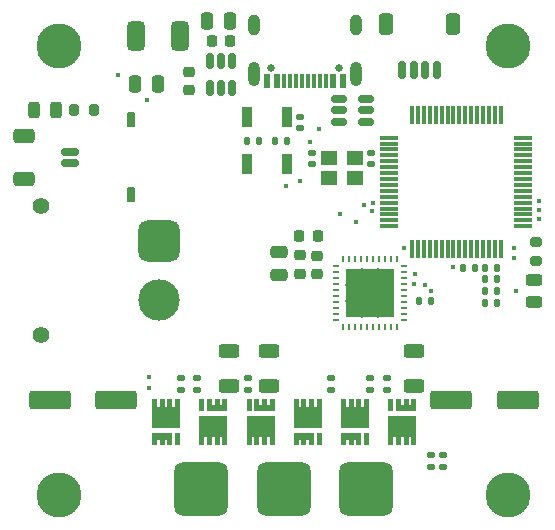
<source format=gts>
%TF.GenerationSoftware,KiCad,Pcbnew,8.0.7*%
%TF.CreationDate,2025-10-10T17:09:57-07:00*%
%TF.ProjectId,CurlDrive-2,4375726c-4472-4697-9665-2d322e6b6963,rev?*%
%TF.SameCoordinates,Original*%
%TF.FileFunction,Soldermask,Top*%
%TF.FilePolarity,Negative*%
%FSLAX46Y46*%
G04 Gerber Fmt 4.6, Leading zero omitted, Abs format (unit mm)*
G04 Created by KiCad (PCBNEW 8.0.7) date 2025-10-10 17:09:57*
%MOMM*%
%LPD*%
G01*
G04 APERTURE LIST*
G04 Aperture macros list*
%AMRoundRect*
0 Rectangle with rounded corners*
0 $1 Rounding radius*
0 $2 $3 $4 $5 $6 $7 $8 $9 X,Y pos of 4 corners*
0 Add a 4 corners polygon primitive as box body*
4,1,4,$2,$3,$4,$5,$6,$7,$8,$9,$2,$3,0*
0 Add four circle primitives for the rounded corners*
1,1,$1+$1,$2,$3*
1,1,$1+$1,$4,$5*
1,1,$1+$1,$6,$7*
1,1,$1+$1,$8,$9*
0 Add four rect primitives between the rounded corners*
20,1,$1+$1,$2,$3,$4,$5,0*
20,1,$1+$1,$4,$5,$6,$7,0*
20,1,$1+$1,$6,$7,$8,$9,0*
20,1,$1+$1,$8,$9,$2,$3,0*%
G04 Aperture macros list end*
%ADD10C,0.010000*%
%ADD11C,3.800000*%
%ADD12C,0.400000*%
%ADD13RoundRect,0.135000X0.185000X-0.135000X0.185000X0.135000X-0.185000X0.135000X-0.185000X-0.135000X0*%
%ADD14RoundRect,0.250000X0.625000X-0.312500X0.625000X0.312500X-0.625000X0.312500X-0.625000X-0.312500X0*%
%ADD15RoundRect,0.150000X-0.512500X-0.150000X0.512500X-0.150000X0.512500X0.150000X-0.512500X0.150000X0*%
%ADD16RoundRect,0.250000X1.500000X0.550000X-1.500000X0.550000X-1.500000X-0.550000X1.500000X-0.550000X0*%
%ADD17RoundRect,0.200000X-0.275000X0.200000X-0.275000X-0.200000X0.275000X-0.200000X0.275000X0.200000X0*%
%ADD18C,0.550000*%
%ADD19C,1.800000*%
%ADD20RoundRect,0.675000X1.575000X-1.575000X1.575000X1.575000X-1.575000X1.575000X-1.575000X-1.575000X0*%
%ADD21RoundRect,0.135000X0.135000X0.185000X-0.135000X0.185000X-0.135000X-0.185000X0.135000X-0.185000X0*%
%ADD22RoundRect,0.140000X-0.140000X-0.170000X0.140000X-0.170000X0.140000X0.170000X-0.140000X0.170000X0*%
%ADD23C,1.400000*%
%ADD24RoundRect,0.770000X0.980000X-0.980000X0.980000X0.980000X-0.980000X0.980000X-0.980000X-0.980000X0*%
%ADD25C,3.500000*%
%ADD26R,1.400000X1.200000*%
%ADD27RoundRect,0.375000X0.375000X0.875000X-0.375000X0.875000X-0.375000X-0.875000X0.375000X-0.875000X0*%
%ADD28RoundRect,0.140000X0.170000X-0.140000X0.170000X0.140000X-0.170000X0.140000X-0.170000X-0.140000X0*%
%ADD29RoundRect,0.243750X-0.243750X-0.456250X0.243750X-0.456250X0.243750X0.456250X-0.243750X0.456250X0*%
%ADD30RoundRect,0.200000X0.200000X0.275000X-0.200000X0.275000X-0.200000X-0.275000X0.200000X-0.275000X0*%
%ADD31RoundRect,0.150000X0.150000X-0.512500X0.150000X0.512500X-0.150000X0.512500X-0.150000X-0.512500X0*%
%ADD32RoundRect,0.150000X-0.625000X0.150000X-0.625000X-0.150000X0.625000X-0.150000X0.625000X0.150000X0*%
%ADD33RoundRect,0.250000X-0.650000X0.350000X-0.650000X-0.350000X0.650000X-0.350000X0.650000X0.350000X0*%
%ADD34RoundRect,0.225000X-0.250000X0.225000X-0.250000X-0.225000X0.250000X-0.225000X0.250000X0.225000X0*%
%ADD35RoundRect,0.225000X0.225000X0.250000X-0.225000X0.250000X-0.225000X-0.250000X0.225000X-0.250000X0*%
%ADD36RoundRect,0.135000X-0.185000X0.135000X-0.185000X-0.135000X0.185000X-0.135000X0.185000X0.135000X0*%
%ADD37C,0.650000*%
%ADD38R,0.600000X1.240000*%
%ADD39R,0.300000X1.240000*%
%ADD40O,1.000000X2.100000*%
%ADD41O,1.000000X1.800000*%
%ADD42RoundRect,0.243750X0.456250X-0.243750X0.456250X0.243750X-0.456250X0.243750X-0.456250X-0.243750X0*%
%ADD43RoundRect,0.250000X-0.250000X-0.475000X0.250000X-0.475000X0.250000X0.475000X-0.250000X0.475000X0*%
%ADD44RoundRect,0.250000X0.475000X-0.250000X0.475000X0.250000X-0.475000X0.250000X-0.475000X-0.250000X0*%
%ADD45RoundRect,0.250000X-1.500000X-0.550000X1.500000X-0.550000X1.500000X0.550000X-1.500000X0.550000X0*%
%ADD46R,0.900000X1.700000*%
%ADD47RoundRect,0.225000X0.250000X-0.225000X0.250000X0.225000X-0.250000X0.225000X-0.250000X-0.225000X0*%
%ADD48RoundRect,0.150000X0.150000X0.625000X-0.150000X0.625000X-0.150000X-0.625000X0.150000X-0.625000X0*%
%ADD49RoundRect,0.250000X0.350000X0.650000X-0.350000X0.650000X-0.350000X-0.650000X0.350000X-0.650000X0*%
%ADD50RoundRect,0.135000X-0.135000X-0.185000X0.135000X-0.185000X0.135000X0.185000X-0.135000X0.185000X0*%
%ADD51RoundRect,0.114000X0.266000X0.521000X-0.266000X0.521000X-0.266000X-0.521000X0.266000X-0.521000X0*%
%ADD52O,0.599999X0.230000*%
%ADD53O,0.230000X0.599999*%
%ADD54C,0.499999*%
%ADD55R,4.150000X4.150000*%
%ADD56RoundRect,0.075000X-0.700000X-0.075000X0.700000X-0.075000X0.700000X0.075000X-0.700000X0.075000X0*%
%ADD57RoundRect,0.075000X-0.075000X-0.700000X0.075000X-0.700000X0.075000X0.700000X-0.075000X0.700000X0*%
%ADD58RoundRect,0.140000X0.140000X0.170000X-0.140000X0.170000X-0.140000X-0.170000X0.140000X-0.170000X0*%
%ADD59RoundRect,0.250000X0.250000X0.475000X-0.250000X0.475000X-0.250000X-0.475000X0.250000X-0.475000X0*%
%ADD60RoundRect,0.140000X-0.170000X0.140000X-0.170000X-0.140000X0.170000X-0.140000X0.170000X0.140000X0*%
G04 APERTURE END LIST*
D10*
X141145000Y-114680000D02*
X140805000Y-114680000D01*
X140805000Y-113780000D01*
X141145000Y-113780000D01*
X141145000Y-114680000D01*
G36*
X141145000Y-114680000D02*
G01*
X140805000Y-114680000D01*
X140805000Y-113780000D01*
X141145000Y-113780000D01*
X141145000Y-114680000D01*
G37*
X140495000Y-114680000D02*
X140155000Y-114680000D01*
X140155000Y-114230000D01*
X139845000Y-114230000D01*
X139845000Y-114680000D01*
X139505000Y-114680000D01*
X139505000Y-114230000D01*
X139195000Y-114230000D01*
X139195000Y-114680000D01*
X138855000Y-114680000D01*
X138855000Y-113780000D01*
X140495000Y-113780000D01*
X140495000Y-114680000D01*
G36*
X140495000Y-114680000D02*
G01*
X140155000Y-114680000D01*
X140155000Y-114230000D01*
X139845000Y-114230000D01*
X139845000Y-114680000D01*
X139505000Y-114680000D01*
X139505000Y-114230000D01*
X139195000Y-114230000D01*
X139195000Y-114680000D01*
X138855000Y-114680000D01*
X138855000Y-113780000D01*
X140495000Y-113780000D01*
X140495000Y-114680000D01*
G37*
X139195000Y-111550000D02*
X139505000Y-111550000D01*
X139505000Y-110900000D01*
X139845000Y-110900000D01*
X139845000Y-111550000D01*
X140155000Y-111550000D01*
X140155000Y-110900000D01*
X140495000Y-110900000D01*
X140495000Y-111550000D01*
X140805000Y-111550000D01*
X140805000Y-110900000D01*
X141145000Y-110900000D01*
X141145000Y-113260000D01*
X138855000Y-113260000D01*
X138855000Y-110900000D01*
X139195000Y-110900000D01*
X139195000Y-111550000D01*
G36*
X139195000Y-111550000D02*
G01*
X139505000Y-111550000D01*
X139505000Y-110900000D01*
X139845000Y-110900000D01*
X139845000Y-111550000D01*
X140155000Y-111550000D01*
X140155000Y-110900000D01*
X140495000Y-110900000D01*
X140495000Y-111550000D01*
X140805000Y-111550000D01*
X140805000Y-110900000D01*
X141145000Y-110900000D01*
X141145000Y-113260000D01*
X138855000Y-113260000D01*
X138855000Y-110900000D01*
X139195000Y-110900000D01*
X139195000Y-111550000D01*
G37*
X157145000Y-114680000D02*
X156805000Y-114680000D01*
X156805000Y-113780000D01*
X157145000Y-113780000D01*
X157145000Y-114680000D01*
G36*
X157145000Y-114680000D02*
G01*
X156805000Y-114680000D01*
X156805000Y-113780000D01*
X157145000Y-113780000D01*
X157145000Y-114680000D01*
G37*
X156495000Y-114680000D02*
X156155000Y-114680000D01*
X156155000Y-114230000D01*
X155845000Y-114230000D01*
X155845000Y-114680000D01*
X155505000Y-114680000D01*
X155505000Y-114230000D01*
X155195000Y-114230000D01*
X155195000Y-114680000D01*
X154855000Y-114680000D01*
X154855000Y-113780000D01*
X156495000Y-113780000D01*
X156495000Y-114680000D01*
G36*
X156495000Y-114680000D02*
G01*
X156155000Y-114680000D01*
X156155000Y-114230000D01*
X155845000Y-114230000D01*
X155845000Y-114680000D01*
X155505000Y-114680000D01*
X155505000Y-114230000D01*
X155195000Y-114230000D01*
X155195000Y-114680000D01*
X154855000Y-114680000D01*
X154855000Y-113780000D01*
X156495000Y-113780000D01*
X156495000Y-114680000D01*
G37*
X155195000Y-111550000D02*
X155505000Y-111550000D01*
X155505000Y-110900000D01*
X155845000Y-110900000D01*
X155845000Y-111550000D01*
X156155000Y-111550000D01*
X156155000Y-110900000D01*
X156495000Y-110900000D01*
X156495000Y-111550000D01*
X156805000Y-111550000D01*
X156805000Y-110900000D01*
X157145000Y-110900000D01*
X157145000Y-113260000D01*
X154855000Y-113260000D01*
X154855000Y-110900000D01*
X155195000Y-110900000D01*
X155195000Y-111550000D01*
G36*
X155195000Y-111550000D02*
G01*
X155505000Y-111550000D01*
X155505000Y-110900000D01*
X155845000Y-110900000D01*
X155845000Y-111550000D01*
X156155000Y-111550000D01*
X156155000Y-110900000D01*
X156495000Y-110900000D01*
X156495000Y-111550000D01*
X156805000Y-111550000D01*
X156805000Y-110900000D01*
X157145000Y-110900000D01*
X157145000Y-113260000D01*
X154855000Y-113260000D01*
X154855000Y-110900000D01*
X155195000Y-110900000D01*
X155195000Y-111550000D01*
G37*
X147195000Y-111800000D02*
X146855000Y-111800000D01*
X146855000Y-110900000D01*
X147195000Y-110900000D01*
X147195000Y-111800000D01*
G36*
X147195000Y-111800000D02*
G01*
X146855000Y-111800000D01*
X146855000Y-110900000D01*
X147195000Y-110900000D01*
X147195000Y-111800000D01*
G37*
X147845000Y-111350000D02*
X148155000Y-111350000D01*
X148155000Y-110900000D01*
X148495000Y-110900000D01*
X148495000Y-111350000D01*
X148805000Y-111350000D01*
X148805000Y-110900000D01*
X149145000Y-110900000D01*
X149145000Y-111800000D01*
X147505000Y-111800000D01*
X147505000Y-110900000D01*
X147845000Y-110900000D01*
X147845000Y-111350000D01*
G36*
X147845000Y-111350000D02*
G01*
X148155000Y-111350000D01*
X148155000Y-110900000D01*
X148495000Y-110900000D01*
X148495000Y-111350000D01*
X148805000Y-111350000D01*
X148805000Y-110900000D01*
X149145000Y-110900000D01*
X149145000Y-111800000D01*
X147505000Y-111800000D01*
X147505000Y-110900000D01*
X147845000Y-110900000D01*
X147845000Y-111350000D01*
G37*
X149145000Y-114680000D02*
X148805000Y-114680000D01*
X148805000Y-114030000D01*
X148495000Y-114030000D01*
X148495000Y-114680000D01*
X148155000Y-114680000D01*
X148155000Y-114030000D01*
X147845000Y-114030000D01*
X147845000Y-114680000D01*
X147505000Y-114680000D01*
X147505000Y-114030000D01*
X147195000Y-114030000D01*
X147195000Y-114680000D01*
X146855000Y-114680000D01*
X146855000Y-112320000D01*
X149145000Y-112320000D01*
X149145000Y-114680000D01*
G36*
X149145000Y-114680000D02*
G01*
X148805000Y-114680000D01*
X148805000Y-114030000D01*
X148495000Y-114030000D01*
X148495000Y-114680000D01*
X148155000Y-114680000D01*
X148155000Y-114030000D01*
X147845000Y-114030000D01*
X147845000Y-114680000D01*
X147505000Y-114680000D01*
X147505000Y-114030000D01*
X147195000Y-114030000D01*
X147195000Y-114680000D01*
X146855000Y-114680000D01*
X146855000Y-112320000D01*
X149145000Y-112320000D01*
X149145000Y-114680000D01*
G37*
X159195000Y-111800000D02*
X158855000Y-111800000D01*
X158855000Y-110900000D01*
X159195000Y-110900000D01*
X159195000Y-111800000D01*
G36*
X159195000Y-111800000D02*
G01*
X158855000Y-111800000D01*
X158855000Y-110900000D01*
X159195000Y-110900000D01*
X159195000Y-111800000D01*
G37*
X159845000Y-111350000D02*
X160155000Y-111350000D01*
X160155000Y-110900000D01*
X160495000Y-110900000D01*
X160495000Y-111350000D01*
X160805000Y-111350000D01*
X160805000Y-110900000D01*
X161145000Y-110900000D01*
X161145000Y-111800000D01*
X159505000Y-111800000D01*
X159505000Y-110900000D01*
X159845000Y-110900000D01*
X159845000Y-111350000D01*
G36*
X159845000Y-111350000D02*
G01*
X160155000Y-111350000D01*
X160155000Y-110900000D01*
X160495000Y-110900000D01*
X160495000Y-111350000D01*
X160805000Y-111350000D01*
X160805000Y-110900000D01*
X161145000Y-110900000D01*
X161145000Y-111800000D01*
X159505000Y-111800000D01*
X159505000Y-110900000D01*
X159845000Y-110900000D01*
X159845000Y-111350000D01*
G37*
X161145000Y-114680000D02*
X160805000Y-114680000D01*
X160805000Y-114030000D01*
X160495000Y-114030000D01*
X160495000Y-114680000D01*
X160155000Y-114680000D01*
X160155000Y-114030000D01*
X159845000Y-114030000D01*
X159845000Y-114680000D01*
X159505000Y-114680000D01*
X159505000Y-114030000D01*
X159195000Y-114030000D01*
X159195000Y-114680000D01*
X158855000Y-114680000D01*
X158855000Y-112320000D01*
X161145000Y-112320000D01*
X161145000Y-114680000D01*
G36*
X161145000Y-114680000D02*
G01*
X160805000Y-114680000D01*
X160805000Y-114030000D01*
X160495000Y-114030000D01*
X160495000Y-114680000D01*
X160155000Y-114680000D01*
X160155000Y-114030000D01*
X159845000Y-114030000D01*
X159845000Y-114680000D01*
X159505000Y-114680000D01*
X159505000Y-114030000D01*
X159195000Y-114030000D01*
X159195000Y-114680000D01*
X158855000Y-114680000D01*
X158855000Y-112320000D01*
X161145000Y-112320000D01*
X161145000Y-114680000D01*
G37*
X153145000Y-114680000D02*
X152805000Y-114680000D01*
X152805000Y-113780000D01*
X153145000Y-113780000D01*
X153145000Y-114680000D01*
G36*
X153145000Y-114680000D02*
G01*
X152805000Y-114680000D01*
X152805000Y-113780000D01*
X153145000Y-113780000D01*
X153145000Y-114680000D01*
G37*
X152495000Y-114680000D02*
X152155000Y-114680000D01*
X152155000Y-114230000D01*
X151845000Y-114230000D01*
X151845000Y-114680000D01*
X151505000Y-114680000D01*
X151505000Y-114230000D01*
X151195000Y-114230000D01*
X151195000Y-114680000D01*
X150855000Y-114680000D01*
X150855000Y-113780000D01*
X152495000Y-113780000D01*
X152495000Y-114680000D01*
G36*
X152495000Y-114680000D02*
G01*
X152155000Y-114680000D01*
X152155000Y-114230000D01*
X151845000Y-114230000D01*
X151845000Y-114680000D01*
X151505000Y-114680000D01*
X151505000Y-114230000D01*
X151195000Y-114230000D01*
X151195000Y-114680000D01*
X150855000Y-114680000D01*
X150855000Y-113780000D01*
X152495000Y-113780000D01*
X152495000Y-114680000D01*
G37*
X151195000Y-111550000D02*
X151505000Y-111550000D01*
X151505000Y-110900000D01*
X151845000Y-110900000D01*
X151845000Y-111550000D01*
X152155000Y-111550000D01*
X152155000Y-110900000D01*
X152495000Y-110900000D01*
X152495000Y-111550000D01*
X152805000Y-111550000D01*
X152805000Y-110900000D01*
X153145000Y-110900000D01*
X153145000Y-113260000D01*
X150855000Y-113260000D01*
X150855000Y-110900000D01*
X151195000Y-110900000D01*
X151195000Y-111550000D01*
G36*
X151195000Y-111550000D02*
G01*
X151505000Y-111550000D01*
X151505000Y-110900000D01*
X151845000Y-110900000D01*
X151845000Y-111550000D01*
X152155000Y-111550000D01*
X152155000Y-110900000D01*
X152495000Y-110900000D01*
X152495000Y-111550000D01*
X152805000Y-111550000D01*
X152805000Y-110900000D01*
X153145000Y-110900000D01*
X153145000Y-113260000D01*
X150855000Y-113260000D01*
X150855000Y-110900000D01*
X151195000Y-110900000D01*
X151195000Y-111550000D01*
G37*
X143195000Y-111800000D02*
X142855000Y-111800000D01*
X142855000Y-110900000D01*
X143195000Y-110900000D01*
X143195000Y-111800000D01*
G36*
X143195000Y-111800000D02*
G01*
X142855000Y-111800000D01*
X142855000Y-110900000D01*
X143195000Y-110900000D01*
X143195000Y-111800000D01*
G37*
X143845000Y-111350000D02*
X144155000Y-111350000D01*
X144155000Y-110900000D01*
X144495000Y-110900000D01*
X144495000Y-111350000D01*
X144805000Y-111350000D01*
X144805000Y-110900000D01*
X145145000Y-110900000D01*
X145145000Y-111800000D01*
X143505000Y-111800000D01*
X143505000Y-110900000D01*
X143845000Y-110900000D01*
X143845000Y-111350000D01*
G36*
X143845000Y-111350000D02*
G01*
X144155000Y-111350000D01*
X144155000Y-110900000D01*
X144495000Y-110900000D01*
X144495000Y-111350000D01*
X144805000Y-111350000D01*
X144805000Y-110900000D01*
X145145000Y-110900000D01*
X145145000Y-111800000D01*
X143505000Y-111800000D01*
X143505000Y-110900000D01*
X143845000Y-110900000D01*
X143845000Y-111350000D01*
G37*
X145145000Y-114680000D02*
X144805000Y-114680000D01*
X144805000Y-114030000D01*
X144495000Y-114030000D01*
X144495000Y-114680000D01*
X144155000Y-114680000D01*
X144155000Y-114030000D01*
X143845000Y-114030000D01*
X143845000Y-114680000D01*
X143505000Y-114680000D01*
X143505000Y-114030000D01*
X143195000Y-114030000D01*
X143195000Y-114680000D01*
X142855000Y-114680000D01*
X142855000Y-112320000D01*
X145145000Y-112320000D01*
X145145000Y-114680000D01*
G36*
X145145000Y-114680000D02*
G01*
X144805000Y-114680000D01*
X144805000Y-114030000D01*
X144495000Y-114030000D01*
X144495000Y-114680000D01*
X144155000Y-114680000D01*
X144155000Y-114030000D01*
X143845000Y-114030000D01*
X143845000Y-114680000D01*
X143505000Y-114680000D01*
X143505000Y-114030000D01*
X143195000Y-114030000D01*
X143195000Y-114680000D01*
X142855000Y-114680000D01*
X142855000Y-112320000D01*
X145145000Y-112320000D01*
X145145000Y-114680000D01*
G37*
D11*
X131000000Y-81000000D03*
X131000000Y-119000000D03*
X169000000Y-119000000D03*
X169000000Y-81000000D03*
D12*
X138600000Y-109950000D03*
X169500000Y-98950000D03*
D13*
X157300000Y-110151430D03*
X157300000Y-109131430D03*
D12*
X156800000Y-94450000D03*
D13*
X141300000Y-110151430D03*
X141300000Y-109131430D03*
X154000000Y-110151430D03*
X154000000Y-109131430D03*
D12*
X156150000Y-95900000D03*
D14*
X161067998Y-109750000D03*
X161067998Y-106825000D03*
D15*
X154662500Y-85500000D03*
X154662500Y-86450000D03*
X154662500Y-87400000D03*
X156937500Y-87400000D03*
X156937500Y-86450000D03*
X156937500Y-85500000D03*
D16*
X135800000Y-111000000D03*
X130200000Y-111000000D03*
D12*
X169675000Y-101750000D03*
D17*
X171400000Y-97575000D03*
X171400000Y-99225000D03*
D18*
X142500000Y-120475000D03*
X143000000Y-120475000D03*
X143500000Y-120475000D03*
X142500000Y-120075000D03*
X143000000Y-120075000D03*
X143500000Y-120075000D03*
D19*
X141650000Y-119850000D03*
X144350000Y-119850000D03*
D18*
X142500000Y-119675000D03*
X143000000Y-119675000D03*
X143500000Y-119675000D03*
X141025000Y-119000000D03*
X141425000Y-119000000D03*
X141825000Y-119000000D03*
X144175000Y-119000000D03*
X144575000Y-119000000D03*
X144975000Y-119000000D03*
X141025000Y-118500000D03*
X141425000Y-118500000D03*
X141825000Y-118500000D03*
D20*
X143000000Y-118500000D03*
D18*
X144175000Y-118500000D03*
X144575000Y-118500000D03*
X144975000Y-118500000D03*
X141025000Y-118000000D03*
X141425000Y-118000000D03*
X141825000Y-118000000D03*
X144175000Y-118000000D03*
X144575000Y-118000000D03*
X144975000Y-118000000D03*
X142500000Y-117325000D03*
X143000000Y-117325000D03*
X143500000Y-117325000D03*
D19*
X141650000Y-117150000D03*
X144350000Y-117150000D03*
D18*
X142500000Y-116925000D03*
X143000000Y-116925000D03*
X143500000Y-116925000D03*
X142500000Y-116525000D03*
X143000000Y-116525000D03*
X143500000Y-116525000D03*
D21*
X147900000Y-89000000D03*
X146880000Y-89000000D03*
D14*
X148775000Y-109762500D03*
X148775000Y-106837500D03*
D18*
X156500000Y-120475000D03*
X157000000Y-120475000D03*
X157500000Y-120475000D03*
X156500000Y-120075000D03*
X157000000Y-120075000D03*
X157500000Y-120075000D03*
D19*
X155650000Y-119850000D03*
X158350000Y-119850000D03*
D18*
X156500000Y-119675000D03*
X157000000Y-119675000D03*
X157500000Y-119675000D03*
X155025000Y-119000000D03*
X155425000Y-119000000D03*
X155825000Y-119000000D03*
X158175000Y-119000000D03*
X158575000Y-119000000D03*
X158975000Y-119000000D03*
X155025000Y-118500000D03*
X155425000Y-118500000D03*
X155825000Y-118500000D03*
D20*
X157000000Y-118500000D03*
D18*
X158175000Y-118500000D03*
X158575000Y-118500000D03*
X158975000Y-118500000D03*
X155025000Y-118000000D03*
X155425000Y-118000000D03*
X155825000Y-118000000D03*
X158175000Y-118000000D03*
X158575000Y-118000000D03*
X158975000Y-118000000D03*
X156500000Y-117325000D03*
X157000000Y-117325000D03*
X157500000Y-117325000D03*
D19*
X155650000Y-117150000D03*
X158350000Y-117150000D03*
D18*
X156500000Y-116925000D03*
X157000000Y-116925000D03*
X157500000Y-116925000D03*
X156500000Y-116525000D03*
X157000000Y-116525000D03*
X157500000Y-116525000D03*
D22*
X161470000Y-102550000D03*
X162430000Y-102550000D03*
D23*
X129437500Y-105500000D03*
X129437500Y-94500000D03*
D24*
X139437500Y-97500000D03*
D25*
X139437500Y-102500000D03*
D12*
X169500000Y-98100000D03*
D26*
X153825000Y-92150000D03*
X156025000Y-92150000D03*
X156025000Y-90450000D03*
X153825000Y-90450000D03*
D27*
X141200000Y-80140000D03*
X137500000Y-80140000D03*
D28*
X152425000Y-90990000D03*
X152425000Y-90030000D03*
D29*
X128862500Y-86400000D03*
X130737500Y-86400000D03*
D12*
X138450000Y-85550000D03*
D30*
X133925000Y-86400000D03*
X132275000Y-86400000D03*
D12*
X171600000Y-94125000D03*
D31*
X143750000Y-84537500D03*
X144700000Y-84537500D03*
X145650000Y-84537500D03*
X145650000Y-82262500D03*
X144700000Y-82262500D03*
X143750000Y-82262500D03*
D12*
X171600000Y-95625000D03*
X152250000Y-89150000D03*
D32*
X131875000Y-89925000D03*
X131875000Y-90925000D03*
D33*
X128000000Y-88625000D03*
X128000000Y-92225000D03*
D14*
X145400000Y-109762500D03*
X145400000Y-106837500D03*
D13*
X142700000Y-110151430D03*
X142700000Y-109131430D03*
D34*
X151375000Y-98725000D03*
X151375000Y-100275000D03*
D12*
X157450000Y-95000000D03*
D35*
X145475000Y-80550000D03*
X143925000Y-80550000D03*
D36*
X163500000Y-115640000D03*
X163500000Y-116660000D03*
D22*
X167070000Y-99750000D03*
X168030000Y-99750000D03*
D34*
X152850000Y-98750000D03*
X152850000Y-100300000D03*
D37*
X154690000Y-82855000D03*
X148910000Y-82855000D03*
D38*
X155000000Y-83975000D03*
X154200000Y-83975000D03*
D39*
X153050000Y-83975000D03*
X152050000Y-83975000D03*
X151550000Y-83975000D03*
X150550000Y-83975000D03*
D38*
X149400000Y-83975000D03*
X148600000Y-83975000D03*
X148600000Y-83975000D03*
X149400000Y-83975000D03*
D39*
X150050000Y-83975000D03*
X151050000Y-83975000D03*
X152550000Y-83975000D03*
X153550000Y-83975000D03*
D38*
X154200000Y-83975000D03*
X155000000Y-83975000D03*
D40*
X156120000Y-83375000D03*
D41*
X156120000Y-79175000D03*
D40*
X147480000Y-83375000D03*
D41*
X147480000Y-79175000D03*
D42*
X171200000Y-102637500D03*
X171200000Y-100762500D03*
D12*
X161000000Y-101150000D03*
D43*
X137430000Y-84200000D03*
X139330000Y-84200000D03*
D12*
X171600000Y-94875000D03*
D44*
X149600000Y-100375000D03*
X149600000Y-98475000D03*
D12*
X152950000Y-88000000D03*
X162500000Y-101750000D03*
D45*
X164200000Y-111000000D03*
X169800000Y-111000000D03*
D12*
X151400000Y-92450000D03*
X154750000Y-95250000D03*
X138600000Y-109000000D03*
D35*
X152875000Y-97050000D03*
X151325000Y-97050000D03*
D46*
X150285000Y-87000000D03*
X146885000Y-87000000D03*
D47*
X141980000Y-84750000D03*
X141980000Y-83200000D03*
D48*
X163000000Y-83000000D03*
X162000000Y-83000000D03*
X161000000Y-83000000D03*
X160000000Y-83000000D03*
D49*
X164300000Y-79125000D03*
X158700000Y-79125000D03*
D50*
X167050000Y-101750000D03*
X168070000Y-101750000D03*
D22*
X167080000Y-100750000D03*
X168040000Y-100750000D03*
D51*
X137100000Y-87250000D03*
X137100000Y-93600000D03*
D12*
X164300000Y-99700000D03*
D52*
X154400000Y-99649998D03*
X154400000Y-100149997D03*
X154400000Y-100649999D03*
X154400000Y-101149998D03*
X154400000Y-101649999D03*
X154400000Y-102149999D03*
X154400000Y-102649997D03*
X154400000Y-103149999D03*
X154400000Y-103649998D03*
X154400000Y-104150000D03*
D53*
X155049998Y-104799998D03*
X155549997Y-104799998D03*
X156049999Y-104799998D03*
X156549998Y-104799998D03*
X157049999Y-104799998D03*
X157549999Y-104799998D03*
X158049997Y-104799998D03*
X158549999Y-104799998D03*
X159049998Y-104799998D03*
X159550000Y-104799998D03*
D52*
X160199998Y-104150000D03*
X160199998Y-103649998D03*
X160199998Y-103149999D03*
X160199998Y-102649997D03*
X160199998Y-102149999D03*
X160199998Y-101649999D03*
X160199998Y-101149998D03*
X160199998Y-100649999D03*
X160199998Y-100149997D03*
X160199998Y-99649998D03*
D53*
X159550000Y-99000000D03*
X159049998Y-99000000D03*
X158549999Y-99000000D03*
X158049997Y-99000000D03*
X157549999Y-99000000D03*
X157049999Y-99000000D03*
X156549998Y-99000000D03*
X156049999Y-99000000D03*
X155549997Y-99000000D03*
X155049998Y-99000000D03*
D54*
X155474999Y-101214999D03*
X155474999Y-102584999D03*
X156614999Y-100074999D03*
X156614999Y-101214999D03*
X156614999Y-102584999D03*
X156614999Y-103724999D03*
D55*
X157299999Y-101899999D03*
D54*
X157984999Y-100074999D03*
X157984999Y-101214999D03*
X157984999Y-102584999D03*
X157984999Y-103724999D03*
X159124999Y-101214999D03*
X159124999Y-102584999D03*
D56*
X158945000Y-88750000D03*
X158945000Y-89250000D03*
X158945000Y-89750000D03*
X158945000Y-90250000D03*
X158945000Y-90750000D03*
X158945000Y-91250000D03*
X158945000Y-91750000D03*
X158945000Y-92250000D03*
X158945000Y-92750000D03*
X158945000Y-93250000D03*
X158945000Y-93750000D03*
X158945000Y-94250000D03*
X158945000Y-94750000D03*
X158945000Y-95250000D03*
X158945000Y-95750000D03*
X158945000Y-96250000D03*
D57*
X160870000Y-98175000D03*
X161370000Y-98175000D03*
X161870000Y-98175000D03*
X162370000Y-98175000D03*
X162870000Y-98175000D03*
X163370000Y-98175000D03*
X163870000Y-98175000D03*
X164370000Y-98175000D03*
X164870000Y-98175000D03*
X165370000Y-98175000D03*
X165870000Y-98175000D03*
X166370000Y-98175000D03*
X166870000Y-98175000D03*
X167370000Y-98175000D03*
X167870000Y-98175000D03*
X168370000Y-98175000D03*
D56*
X170295000Y-96250000D03*
X170295000Y-95750000D03*
X170295000Y-95250000D03*
X170295000Y-94750000D03*
X170295000Y-94250000D03*
X170295000Y-93750000D03*
X170295000Y-93250000D03*
X170295000Y-92750000D03*
X170295000Y-92250000D03*
X170295000Y-91750000D03*
X170295000Y-91250000D03*
X170295000Y-90750000D03*
X170295000Y-90250000D03*
X170295000Y-89750000D03*
X170295000Y-89250000D03*
X170295000Y-88750000D03*
D57*
X168370000Y-86825000D03*
X167870000Y-86825000D03*
X167370000Y-86825000D03*
X166870000Y-86825000D03*
X166370000Y-86825000D03*
X165870000Y-86825000D03*
X165370000Y-86825000D03*
X164870000Y-86825000D03*
X164370000Y-86825000D03*
X163870000Y-86825000D03*
X163370000Y-86825000D03*
X162870000Y-86825000D03*
X162370000Y-86825000D03*
X161870000Y-86825000D03*
X161370000Y-86825000D03*
X160870000Y-86825000D03*
D12*
X150200000Y-92850000D03*
X136000000Y-83450000D03*
D58*
X168040000Y-102750000D03*
X167080000Y-102750000D03*
D36*
X162500000Y-115640000D03*
X162500000Y-116660000D03*
D13*
X147000000Y-110151430D03*
X147000000Y-109131430D03*
D22*
X165200000Y-99750000D03*
X166160000Y-99750000D03*
D12*
X160190000Y-98100000D03*
D59*
X145425000Y-78840000D03*
X143525000Y-78840000D03*
D12*
X162000000Y-101250000D03*
D18*
X149500000Y-120475000D03*
X150000000Y-120475000D03*
X150500000Y-120475000D03*
X149500000Y-120075000D03*
X150000000Y-120075000D03*
X150500000Y-120075000D03*
D19*
X148650000Y-119850000D03*
X151350000Y-119850000D03*
D18*
X149500000Y-119675000D03*
X150000000Y-119675000D03*
X150500000Y-119675000D03*
X148025000Y-119000000D03*
X148425000Y-119000000D03*
X148825000Y-119000000D03*
X151175000Y-119000000D03*
X151575000Y-119000000D03*
X151975000Y-119000000D03*
X148025000Y-118500000D03*
X148425000Y-118500000D03*
X148825000Y-118500000D03*
D20*
X150000000Y-118500000D03*
D18*
X151175000Y-118500000D03*
X151575000Y-118500000D03*
X151975000Y-118500000D03*
X148025000Y-118000000D03*
X148425000Y-118000000D03*
X148825000Y-118000000D03*
X151175000Y-118000000D03*
X151575000Y-118000000D03*
X151975000Y-118000000D03*
X149500000Y-117325000D03*
X150000000Y-117325000D03*
X150500000Y-117325000D03*
D19*
X148650000Y-117150000D03*
X151350000Y-117150000D03*
D18*
X149500000Y-116925000D03*
X150000000Y-116925000D03*
X150500000Y-116925000D03*
X149500000Y-116525000D03*
X150000000Y-116525000D03*
X150500000Y-116525000D03*
D12*
X157600000Y-94300000D03*
X161125000Y-100275000D03*
D21*
X150290000Y-89000000D03*
X149270000Y-89000000D03*
D46*
X146885000Y-91000000D03*
X150285000Y-91000000D03*
D60*
X157425000Y-90020000D03*
X157425000Y-90980000D03*
D28*
X151400000Y-87960000D03*
X151400000Y-87000000D03*
D13*
X158750000Y-110151430D03*
X158750000Y-109131430D03*
M02*

</source>
